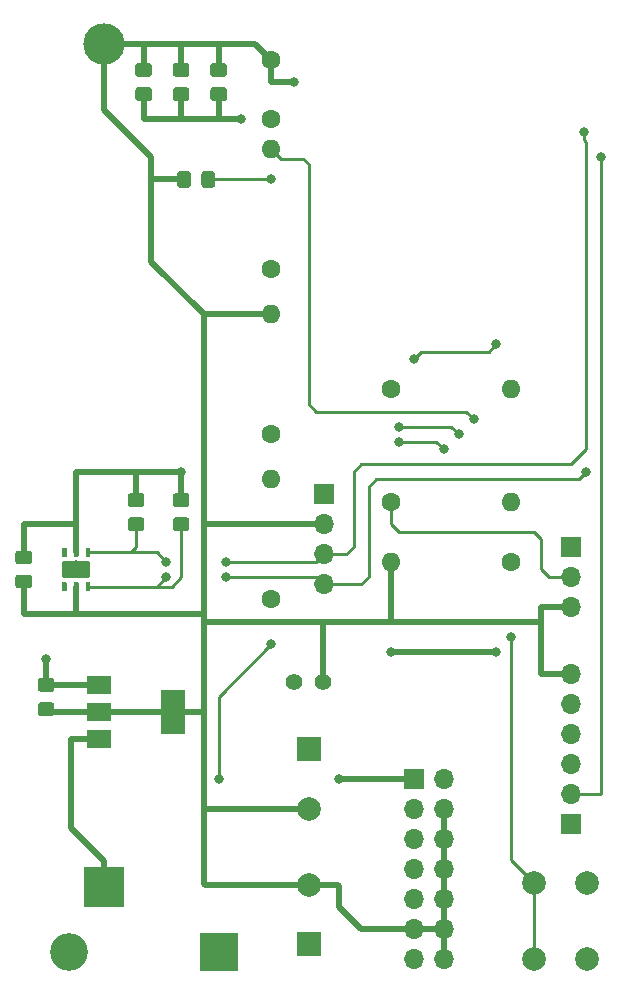
<source format=gbl>
G04 #@! TF.GenerationSoftware,KiCad,Pcbnew,(5.0.0-3-g5ebb6b6)*
G04 #@! TF.CreationDate,2018-08-06T20:02:11+02:00*
G04 #@! TF.ProjectId,esp32-sensornode,65737033322D73656E736F726E6F6465,rev?*
G04 #@! TF.SameCoordinates,Original*
G04 #@! TF.FileFunction,Copper,L2,Bot,Signal*
G04 #@! TF.FilePolarity,Positive*
%FSLAX46Y46*%
G04 Gerber Fmt 4.6, Leading zero omitted, Abs format (unit mm)*
G04 Created by KiCad (PCBNEW (5.0.0-3-g5ebb6b6)) date Monday, 06 August 2018 at 20:02:11*
%MOMM*%
%LPD*%
G01*
G04 APERTURE LIST*
G04 #@! TA.AperFunction,ComponentPad*
%ADD10C,3.500000*%
G04 #@! TD*
G04 #@! TA.AperFunction,ComponentPad*
%ADD11R,3.500000X3.500000*%
G04 #@! TD*
G04 #@! TA.AperFunction,ComponentPad*
%ADD12C,1.400000*%
G04 #@! TD*
G04 #@! TA.AperFunction,ComponentPad*
%ADD13R,1.700000X1.700000*%
G04 #@! TD*
G04 #@! TA.AperFunction,ComponentPad*
%ADD14O,1.700000X1.700000*%
G04 #@! TD*
G04 #@! TA.AperFunction,ComponentPad*
%ADD15C,1.600000*%
G04 #@! TD*
G04 #@! TA.AperFunction,ComponentPad*
%ADD16O,1.600000X1.600000*%
G04 #@! TD*
G04 #@! TA.AperFunction,Conductor*
%ADD17C,0.100000*%
G04 #@! TD*
G04 #@! TA.AperFunction,SMDPad,CuDef*
%ADD18C,1.500000*%
G04 #@! TD*
G04 #@! TA.AperFunction,SMDPad,CuDef*
%ADD19C,0.400000*%
G04 #@! TD*
G04 #@! TA.AperFunction,ComponentPad*
%ADD20C,2.000000*%
G04 #@! TD*
G04 #@! TA.AperFunction,SMDPad,CuDef*
%ADD21C,1.150000*%
G04 #@! TD*
G04 #@! TA.AperFunction,ComponentPad*
%ADD22R,2.000000X2.000000*%
G04 #@! TD*
G04 #@! TA.AperFunction,ComponentPad*
%ADD23R,3.200000X3.200000*%
G04 #@! TD*
G04 #@! TA.AperFunction,ComponentPad*
%ADD24O,3.200000X3.200000*%
G04 #@! TD*
G04 #@! TA.AperFunction,SMDPad,CuDef*
%ADD25R,2.000000X3.800000*%
G04 #@! TD*
G04 #@! TA.AperFunction,SMDPad,CuDef*
%ADD26R,2.000000X1.500000*%
G04 #@! TD*
G04 #@! TA.AperFunction,ViaPad*
%ADD27C,0.800000*%
G04 #@! TD*
G04 #@! TA.AperFunction,Conductor*
%ADD28C,0.500000*%
G04 #@! TD*
G04 #@! TA.AperFunction,Conductor*
%ADD29C,0.250000*%
G04 #@! TD*
G04 APERTURE END LIST*
D10*
G04 #@! TO.P,BT1,2*
G04 #@! TO.N,GND*
X189030000Y-53295000D03*
D11*
G04 #@! TO.P,BT1,1*
G04 #@! TO.N,BAT*
X189030000Y-124695000D03*
G04 #@! TD*
D12*
G04 #@! TO.P,C3,1*
G04 #@! TO.N,VDD*
X205105000Y-107315000D03*
G04 #@! TO.P,C3,2*
G04 #@! TO.N,GND*
X207605000Y-107315000D03*
G04 #@! TD*
D13*
G04 #@! TO.P,J2,1*
G04 #@! TO.N,N/C*
X228600000Y-119380000D03*
D14*
G04 #@! TO.P,J2,2*
G04 #@! TO.N,/TX*
X228600000Y-116840000D03*
G04 #@! TO.P,J2,3*
G04 #@! TO.N,/RX*
X228600000Y-114300000D03*
G04 #@! TO.P,J2,4*
G04 #@! TO.N,N/C*
X228600000Y-111760000D03*
G04 #@! TO.P,J2,5*
X228600000Y-109220000D03*
G04 #@! TO.P,J2,6*
G04 #@! TO.N,GND*
X228600000Y-106680000D03*
G04 #@! TD*
D13*
G04 #@! TO.P,J3,1*
G04 #@! TO.N,VDD*
X207645000Y-91440000D03*
D14*
G04 #@! TO.P,J3,2*
G04 #@! TO.N,GND*
X207645000Y-93980000D03*
G04 #@! TO.P,J3,3*
G04 #@! TO.N,SCL*
X207645000Y-96520000D03*
G04 #@! TO.P,J3,4*
G04 #@! TO.N,SDA*
X207645000Y-99060000D03*
G04 #@! TD*
D13*
G04 #@! TO.P,J4,1*
G04 #@! TO.N,VDD*
X228600000Y-95885000D03*
D14*
G04 #@! TO.P,J4,2*
G04 #@! TO.N,Net-(J4-Pad2)*
X228600000Y-98425000D03*
G04 #@! TO.P,J4,3*
G04 #@! TO.N,GND*
X228600000Y-100965000D03*
G04 #@! TD*
D15*
G04 #@! TO.P,R1,1*
G04 #@! TO.N,VDD*
X203200000Y-72390000D03*
D16*
G04 #@! TO.P,R1,2*
G04 #@! TO.N,Net-(C1-Pad1)*
X203200000Y-62230000D03*
G04 #@! TD*
G04 #@! TO.P,R2,2*
G04 #@! TO.N,Net-(R2-Pad2)*
X223520000Y-82550000D03*
D15*
G04 #@! TO.P,R2,1*
G04 #@! TO.N,GND*
X213360000Y-82550000D03*
G04 #@! TD*
D16*
G04 #@! TO.P,R3,2*
G04 #@! TO.N,/BOOT*
X223520000Y-92075000D03*
D15*
G04 #@! TO.P,R3,1*
G04 #@! TO.N,Net-(J4-Pad2)*
X213360000Y-92075000D03*
G04 #@! TD*
G04 #@! TO.P,R6,1*
G04 #@! TO.N,BAT*
X203200000Y-100330000D03*
D16*
G04 #@! TO.P,R6,2*
G04 #@! TO.N,BAT_SENS*
X203200000Y-90170000D03*
G04 #@! TD*
D15*
G04 #@! TO.P,R7,1*
G04 #@! TO.N,BAT_SENS*
X203200000Y-86360000D03*
D16*
G04 #@! TO.P,R7,2*
G04 #@! TO.N,GND*
X203200000Y-76200000D03*
G04 #@! TD*
D17*
G04 #@! TO.N,N/C*
G04 #@! TO.C,U2*
G36*
X187664504Y-97041204D02*
X187688773Y-97044804D01*
X187712571Y-97050765D01*
X187735671Y-97059030D01*
X187757849Y-97069520D01*
X187778893Y-97082133D01*
X187798598Y-97096747D01*
X187816777Y-97113223D01*
X187833253Y-97131402D01*
X187847867Y-97151107D01*
X187860480Y-97172151D01*
X187870970Y-97194329D01*
X187879235Y-97217429D01*
X187885196Y-97241227D01*
X187888796Y-97265496D01*
X187890000Y-97290000D01*
X187890000Y-98290000D01*
X187888796Y-98314504D01*
X187885196Y-98338773D01*
X187879235Y-98362571D01*
X187870970Y-98385671D01*
X187860480Y-98407849D01*
X187847867Y-98428893D01*
X187833253Y-98448598D01*
X187816777Y-98466777D01*
X187798598Y-98483253D01*
X187778893Y-98497867D01*
X187757849Y-98510480D01*
X187735671Y-98520970D01*
X187712571Y-98529235D01*
X187688773Y-98535196D01*
X187664504Y-98538796D01*
X187640000Y-98540000D01*
X185740000Y-98540000D01*
X185715496Y-98538796D01*
X185691227Y-98535196D01*
X185667429Y-98529235D01*
X185644329Y-98520970D01*
X185622151Y-98510480D01*
X185601107Y-98497867D01*
X185581402Y-98483253D01*
X185563223Y-98466777D01*
X185546747Y-98448598D01*
X185532133Y-98428893D01*
X185519520Y-98407849D01*
X185509030Y-98385671D01*
X185500765Y-98362571D01*
X185494804Y-98338773D01*
X185491204Y-98314504D01*
X185490000Y-98290000D01*
X185490000Y-97290000D01*
X185491204Y-97265496D01*
X185494804Y-97241227D01*
X185500765Y-97217429D01*
X185509030Y-97194329D01*
X185519520Y-97172151D01*
X185532133Y-97151107D01*
X185546747Y-97131402D01*
X185563223Y-97113223D01*
X185581402Y-97096747D01*
X185601107Y-97082133D01*
X185622151Y-97069520D01*
X185644329Y-97059030D01*
X185667429Y-97050765D01*
X185691227Y-97044804D01*
X185715496Y-97041204D01*
X185740000Y-97040000D01*
X187640000Y-97040000D01*
X187664504Y-97041204D01*
X187664504Y-97041204D01*
G37*
D18*
G04 #@! TD*
G04 #@! TO.P,U2,7*
G04 #@! TO.N,N/C*
X186690000Y-97790000D03*
D17*
G04 #@! TO.N,SDA*
G04 #@! TO.C,U2*
G36*
X187799802Y-98840482D02*
X187809509Y-98841921D01*
X187819028Y-98844306D01*
X187828268Y-98847612D01*
X187837140Y-98851808D01*
X187845557Y-98856853D01*
X187853439Y-98862699D01*
X187860711Y-98869289D01*
X187867301Y-98876561D01*
X187873147Y-98884443D01*
X187878192Y-98892860D01*
X187882388Y-98901732D01*
X187885694Y-98910972D01*
X187888079Y-98920491D01*
X187889518Y-98930198D01*
X187890000Y-98940000D01*
X187890000Y-99540000D01*
X187889518Y-99549802D01*
X187888079Y-99559509D01*
X187885694Y-99569028D01*
X187882388Y-99578268D01*
X187878192Y-99587140D01*
X187873147Y-99595557D01*
X187867301Y-99603439D01*
X187860711Y-99610711D01*
X187853439Y-99617301D01*
X187845557Y-99623147D01*
X187837140Y-99628192D01*
X187828268Y-99632388D01*
X187819028Y-99635694D01*
X187809509Y-99638079D01*
X187799802Y-99639518D01*
X187790000Y-99640000D01*
X187590000Y-99640000D01*
X187580198Y-99639518D01*
X187570491Y-99638079D01*
X187560972Y-99635694D01*
X187551732Y-99632388D01*
X187542860Y-99628192D01*
X187534443Y-99623147D01*
X187526561Y-99617301D01*
X187519289Y-99610711D01*
X187512699Y-99603439D01*
X187506853Y-99595557D01*
X187501808Y-99587140D01*
X187497612Y-99578268D01*
X187494306Y-99569028D01*
X187491921Y-99559509D01*
X187490482Y-99549802D01*
X187490000Y-99540000D01*
X187490000Y-98940000D01*
X187490482Y-98930198D01*
X187491921Y-98920491D01*
X187494306Y-98910972D01*
X187497612Y-98901732D01*
X187501808Y-98892860D01*
X187506853Y-98884443D01*
X187512699Y-98876561D01*
X187519289Y-98869289D01*
X187526561Y-98862699D01*
X187534443Y-98856853D01*
X187542860Y-98851808D01*
X187551732Y-98847612D01*
X187560972Y-98844306D01*
X187570491Y-98841921D01*
X187580198Y-98840482D01*
X187590000Y-98840000D01*
X187790000Y-98840000D01*
X187799802Y-98840482D01*
X187799802Y-98840482D01*
G37*
D19*
G04 #@! TD*
G04 #@! TO.P,U2,1*
G04 #@! TO.N,SDA*
X187690000Y-99240000D03*
D17*
G04 #@! TO.N,GND*
G04 #@! TO.C,U2*
G36*
X186799802Y-98840482D02*
X186809509Y-98841921D01*
X186819028Y-98844306D01*
X186828268Y-98847612D01*
X186837140Y-98851808D01*
X186845557Y-98856853D01*
X186853439Y-98862699D01*
X186860711Y-98869289D01*
X186867301Y-98876561D01*
X186873147Y-98884443D01*
X186878192Y-98892860D01*
X186882388Y-98901732D01*
X186885694Y-98910972D01*
X186888079Y-98920491D01*
X186889518Y-98930198D01*
X186890000Y-98940000D01*
X186890000Y-99540000D01*
X186889518Y-99549802D01*
X186888079Y-99559509D01*
X186885694Y-99569028D01*
X186882388Y-99578268D01*
X186878192Y-99587140D01*
X186873147Y-99595557D01*
X186867301Y-99603439D01*
X186860711Y-99610711D01*
X186853439Y-99617301D01*
X186845557Y-99623147D01*
X186837140Y-99628192D01*
X186828268Y-99632388D01*
X186819028Y-99635694D01*
X186809509Y-99638079D01*
X186799802Y-99639518D01*
X186790000Y-99640000D01*
X186590000Y-99640000D01*
X186580198Y-99639518D01*
X186570491Y-99638079D01*
X186560972Y-99635694D01*
X186551732Y-99632388D01*
X186542860Y-99628192D01*
X186534443Y-99623147D01*
X186526561Y-99617301D01*
X186519289Y-99610711D01*
X186512699Y-99603439D01*
X186506853Y-99595557D01*
X186501808Y-99587140D01*
X186497612Y-99578268D01*
X186494306Y-99569028D01*
X186491921Y-99559509D01*
X186490482Y-99549802D01*
X186490000Y-99540000D01*
X186490000Y-98940000D01*
X186490482Y-98930198D01*
X186491921Y-98920491D01*
X186494306Y-98910972D01*
X186497612Y-98901732D01*
X186501808Y-98892860D01*
X186506853Y-98884443D01*
X186512699Y-98876561D01*
X186519289Y-98869289D01*
X186526561Y-98862699D01*
X186534443Y-98856853D01*
X186542860Y-98851808D01*
X186551732Y-98847612D01*
X186560972Y-98844306D01*
X186570491Y-98841921D01*
X186580198Y-98840482D01*
X186590000Y-98840000D01*
X186790000Y-98840000D01*
X186799802Y-98840482D01*
X186799802Y-98840482D01*
G37*
D19*
G04 #@! TD*
G04 #@! TO.P,U2,2*
G04 #@! TO.N,GND*
X186690000Y-99240000D03*
D17*
G04 #@! TO.N,N/C*
G04 #@! TO.C,U2*
G36*
X185799802Y-98840482D02*
X185809509Y-98841921D01*
X185819028Y-98844306D01*
X185828268Y-98847612D01*
X185837140Y-98851808D01*
X185845557Y-98856853D01*
X185853439Y-98862699D01*
X185860711Y-98869289D01*
X185867301Y-98876561D01*
X185873147Y-98884443D01*
X185878192Y-98892860D01*
X185882388Y-98901732D01*
X185885694Y-98910972D01*
X185888079Y-98920491D01*
X185889518Y-98930198D01*
X185890000Y-98940000D01*
X185890000Y-99540000D01*
X185889518Y-99549802D01*
X185888079Y-99559509D01*
X185885694Y-99569028D01*
X185882388Y-99578268D01*
X185878192Y-99587140D01*
X185873147Y-99595557D01*
X185867301Y-99603439D01*
X185860711Y-99610711D01*
X185853439Y-99617301D01*
X185845557Y-99623147D01*
X185837140Y-99628192D01*
X185828268Y-99632388D01*
X185819028Y-99635694D01*
X185809509Y-99638079D01*
X185799802Y-99639518D01*
X185790000Y-99640000D01*
X185590000Y-99640000D01*
X185580198Y-99639518D01*
X185570491Y-99638079D01*
X185560972Y-99635694D01*
X185551732Y-99632388D01*
X185542860Y-99628192D01*
X185534443Y-99623147D01*
X185526561Y-99617301D01*
X185519289Y-99610711D01*
X185512699Y-99603439D01*
X185506853Y-99595557D01*
X185501808Y-99587140D01*
X185497612Y-99578268D01*
X185494306Y-99569028D01*
X185491921Y-99559509D01*
X185490482Y-99549802D01*
X185490000Y-99540000D01*
X185490000Y-98940000D01*
X185490482Y-98930198D01*
X185491921Y-98920491D01*
X185494306Y-98910972D01*
X185497612Y-98901732D01*
X185501808Y-98892860D01*
X185506853Y-98884443D01*
X185512699Y-98876561D01*
X185519289Y-98869289D01*
X185526561Y-98862699D01*
X185534443Y-98856853D01*
X185542860Y-98851808D01*
X185551732Y-98847612D01*
X185560972Y-98844306D01*
X185570491Y-98841921D01*
X185580198Y-98840482D01*
X185590000Y-98840000D01*
X185790000Y-98840000D01*
X185799802Y-98840482D01*
X185799802Y-98840482D01*
G37*
D19*
G04 #@! TD*
G04 #@! TO.P,U2,3*
G04 #@! TO.N,N/C*
X185690000Y-99240000D03*
D17*
G04 #@! TO.N,N/C*
G04 #@! TO.C,U2*
G36*
X185799802Y-95940482D02*
X185809509Y-95941921D01*
X185819028Y-95944306D01*
X185828268Y-95947612D01*
X185837140Y-95951808D01*
X185845557Y-95956853D01*
X185853439Y-95962699D01*
X185860711Y-95969289D01*
X185867301Y-95976561D01*
X185873147Y-95984443D01*
X185878192Y-95992860D01*
X185882388Y-96001732D01*
X185885694Y-96010972D01*
X185888079Y-96020491D01*
X185889518Y-96030198D01*
X185890000Y-96040000D01*
X185890000Y-96640000D01*
X185889518Y-96649802D01*
X185888079Y-96659509D01*
X185885694Y-96669028D01*
X185882388Y-96678268D01*
X185878192Y-96687140D01*
X185873147Y-96695557D01*
X185867301Y-96703439D01*
X185860711Y-96710711D01*
X185853439Y-96717301D01*
X185845557Y-96723147D01*
X185837140Y-96728192D01*
X185828268Y-96732388D01*
X185819028Y-96735694D01*
X185809509Y-96738079D01*
X185799802Y-96739518D01*
X185790000Y-96740000D01*
X185590000Y-96740000D01*
X185580198Y-96739518D01*
X185570491Y-96738079D01*
X185560972Y-96735694D01*
X185551732Y-96732388D01*
X185542860Y-96728192D01*
X185534443Y-96723147D01*
X185526561Y-96717301D01*
X185519289Y-96710711D01*
X185512699Y-96703439D01*
X185506853Y-96695557D01*
X185501808Y-96687140D01*
X185497612Y-96678268D01*
X185494306Y-96669028D01*
X185491921Y-96659509D01*
X185490482Y-96649802D01*
X185490000Y-96640000D01*
X185490000Y-96040000D01*
X185490482Y-96030198D01*
X185491921Y-96020491D01*
X185494306Y-96010972D01*
X185497612Y-96001732D01*
X185501808Y-95992860D01*
X185506853Y-95984443D01*
X185512699Y-95976561D01*
X185519289Y-95969289D01*
X185526561Y-95962699D01*
X185534443Y-95956853D01*
X185542860Y-95951808D01*
X185551732Y-95947612D01*
X185560972Y-95944306D01*
X185570491Y-95941921D01*
X185580198Y-95940482D01*
X185590000Y-95940000D01*
X185790000Y-95940000D01*
X185799802Y-95940482D01*
X185799802Y-95940482D01*
G37*
D19*
G04 #@! TD*
G04 #@! TO.P,U2,4*
G04 #@! TO.N,N/C*
X185690000Y-96340000D03*
D17*
G04 #@! TO.N,VDD*
G04 #@! TO.C,U2*
G36*
X186799802Y-95940482D02*
X186809509Y-95941921D01*
X186819028Y-95944306D01*
X186828268Y-95947612D01*
X186837140Y-95951808D01*
X186845557Y-95956853D01*
X186853439Y-95962699D01*
X186860711Y-95969289D01*
X186867301Y-95976561D01*
X186873147Y-95984443D01*
X186878192Y-95992860D01*
X186882388Y-96001732D01*
X186885694Y-96010972D01*
X186888079Y-96020491D01*
X186889518Y-96030198D01*
X186890000Y-96040000D01*
X186890000Y-96640000D01*
X186889518Y-96649802D01*
X186888079Y-96659509D01*
X186885694Y-96669028D01*
X186882388Y-96678268D01*
X186878192Y-96687140D01*
X186873147Y-96695557D01*
X186867301Y-96703439D01*
X186860711Y-96710711D01*
X186853439Y-96717301D01*
X186845557Y-96723147D01*
X186837140Y-96728192D01*
X186828268Y-96732388D01*
X186819028Y-96735694D01*
X186809509Y-96738079D01*
X186799802Y-96739518D01*
X186790000Y-96740000D01*
X186590000Y-96740000D01*
X186580198Y-96739518D01*
X186570491Y-96738079D01*
X186560972Y-96735694D01*
X186551732Y-96732388D01*
X186542860Y-96728192D01*
X186534443Y-96723147D01*
X186526561Y-96717301D01*
X186519289Y-96710711D01*
X186512699Y-96703439D01*
X186506853Y-96695557D01*
X186501808Y-96687140D01*
X186497612Y-96678268D01*
X186494306Y-96669028D01*
X186491921Y-96659509D01*
X186490482Y-96649802D01*
X186490000Y-96640000D01*
X186490000Y-96040000D01*
X186490482Y-96030198D01*
X186491921Y-96020491D01*
X186494306Y-96010972D01*
X186497612Y-96001732D01*
X186501808Y-95992860D01*
X186506853Y-95984443D01*
X186512699Y-95976561D01*
X186519289Y-95969289D01*
X186526561Y-95962699D01*
X186534443Y-95956853D01*
X186542860Y-95951808D01*
X186551732Y-95947612D01*
X186560972Y-95944306D01*
X186570491Y-95941921D01*
X186580198Y-95940482D01*
X186590000Y-95940000D01*
X186790000Y-95940000D01*
X186799802Y-95940482D01*
X186799802Y-95940482D01*
G37*
D19*
G04 #@! TD*
G04 #@! TO.P,U2,5*
G04 #@! TO.N,VDD*
X186690000Y-96340000D03*
D17*
G04 #@! TO.N,SCL*
G04 #@! TO.C,U2*
G36*
X187799802Y-95940482D02*
X187809509Y-95941921D01*
X187819028Y-95944306D01*
X187828268Y-95947612D01*
X187837140Y-95951808D01*
X187845557Y-95956853D01*
X187853439Y-95962699D01*
X187860711Y-95969289D01*
X187867301Y-95976561D01*
X187873147Y-95984443D01*
X187878192Y-95992860D01*
X187882388Y-96001732D01*
X187885694Y-96010972D01*
X187888079Y-96020491D01*
X187889518Y-96030198D01*
X187890000Y-96040000D01*
X187890000Y-96640000D01*
X187889518Y-96649802D01*
X187888079Y-96659509D01*
X187885694Y-96669028D01*
X187882388Y-96678268D01*
X187878192Y-96687140D01*
X187873147Y-96695557D01*
X187867301Y-96703439D01*
X187860711Y-96710711D01*
X187853439Y-96717301D01*
X187845557Y-96723147D01*
X187837140Y-96728192D01*
X187828268Y-96732388D01*
X187819028Y-96735694D01*
X187809509Y-96738079D01*
X187799802Y-96739518D01*
X187790000Y-96740000D01*
X187590000Y-96740000D01*
X187580198Y-96739518D01*
X187570491Y-96738079D01*
X187560972Y-96735694D01*
X187551732Y-96732388D01*
X187542860Y-96728192D01*
X187534443Y-96723147D01*
X187526561Y-96717301D01*
X187519289Y-96710711D01*
X187512699Y-96703439D01*
X187506853Y-96695557D01*
X187501808Y-96687140D01*
X187497612Y-96678268D01*
X187494306Y-96669028D01*
X187491921Y-96659509D01*
X187490482Y-96649802D01*
X187490000Y-96640000D01*
X187490000Y-96040000D01*
X187490482Y-96030198D01*
X187491921Y-96020491D01*
X187494306Y-96010972D01*
X187497612Y-96001732D01*
X187501808Y-95992860D01*
X187506853Y-95984443D01*
X187512699Y-95976561D01*
X187519289Y-95969289D01*
X187526561Y-95962699D01*
X187534443Y-95956853D01*
X187542860Y-95951808D01*
X187551732Y-95947612D01*
X187560972Y-95944306D01*
X187570491Y-95941921D01*
X187580198Y-95940482D01*
X187590000Y-95940000D01*
X187790000Y-95940000D01*
X187799802Y-95940482D01*
X187799802Y-95940482D01*
G37*
D19*
G04 #@! TD*
G04 #@! TO.P,U2,6*
G04 #@! TO.N,SCL*
X187690000Y-96340000D03*
D20*
G04 #@! TO.P,SW1,2*
G04 #@! TO.N,Net-(C1-Pad1)*
X229925000Y-130810000D03*
G04 #@! TO.P,SW1,1*
G04 #@! TO.N,Net-(R8-Pad1)*
X225425000Y-130810000D03*
G04 #@! TO.P,SW1,2*
G04 #@! TO.N,Net-(C1-Pad1)*
X229925000Y-124310000D03*
G04 #@! TO.P,SW1,1*
G04 #@! TO.N,Net-(R8-Pad1)*
X225425000Y-124310000D03*
G04 #@! TD*
D15*
G04 #@! TO.P,R8,1*
G04 #@! TO.N,Net-(R8-Pad1)*
X223520000Y-97155000D03*
D16*
G04 #@! TO.P,R8,2*
G04 #@! TO.N,GND*
X213360000Y-97155000D03*
G04 #@! TD*
D17*
G04 #@! TO.N,BAT_SENS*
G04 #@! TO.C,C4*
G36*
X198224505Y-64071204D02*
X198248773Y-64074804D01*
X198272572Y-64080765D01*
X198295671Y-64089030D01*
X198317850Y-64099520D01*
X198338893Y-64112132D01*
X198358599Y-64126747D01*
X198376777Y-64143223D01*
X198393253Y-64161401D01*
X198407868Y-64181107D01*
X198420480Y-64202150D01*
X198430970Y-64224329D01*
X198439235Y-64247428D01*
X198445196Y-64271227D01*
X198448796Y-64295495D01*
X198450000Y-64319999D01*
X198450000Y-65220001D01*
X198448796Y-65244505D01*
X198445196Y-65268773D01*
X198439235Y-65292572D01*
X198430970Y-65315671D01*
X198420480Y-65337850D01*
X198407868Y-65358893D01*
X198393253Y-65378599D01*
X198376777Y-65396777D01*
X198358599Y-65413253D01*
X198338893Y-65427868D01*
X198317850Y-65440480D01*
X198295671Y-65450970D01*
X198272572Y-65459235D01*
X198248773Y-65465196D01*
X198224505Y-65468796D01*
X198200001Y-65470000D01*
X197549999Y-65470000D01*
X197525495Y-65468796D01*
X197501227Y-65465196D01*
X197477428Y-65459235D01*
X197454329Y-65450970D01*
X197432150Y-65440480D01*
X197411107Y-65427868D01*
X197391401Y-65413253D01*
X197373223Y-65396777D01*
X197356747Y-65378599D01*
X197342132Y-65358893D01*
X197329520Y-65337850D01*
X197319030Y-65315671D01*
X197310765Y-65292572D01*
X197304804Y-65268773D01*
X197301204Y-65244505D01*
X197300000Y-65220001D01*
X197300000Y-64319999D01*
X197301204Y-64295495D01*
X197304804Y-64271227D01*
X197310765Y-64247428D01*
X197319030Y-64224329D01*
X197329520Y-64202150D01*
X197342132Y-64181107D01*
X197356747Y-64161401D01*
X197373223Y-64143223D01*
X197391401Y-64126747D01*
X197411107Y-64112132D01*
X197432150Y-64099520D01*
X197454329Y-64089030D01*
X197477428Y-64080765D01*
X197501227Y-64074804D01*
X197525495Y-64071204D01*
X197549999Y-64070000D01*
X198200001Y-64070000D01*
X198224505Y-64071204D01*
X198224505Y-64071204D01*
G37*
D21*
G04 #@! TD*
G04 #@! TO.P,C4,1*
G04 #@! TO.N,BAT_SENS*
X197875000Y-64770000D03*
D17*
G04 #@! TO.N,GND*
G04 #@! TO.C,C4*
G36*
X196174505Y-64071204D02*
X196198773Y-64074804D01*
X196222572Y-64080765D01*
X196245671Y-64089030D01*
X196267850Y-64099520D01*
X196288893Y-64112132D01*
X196308599Y-64126747D01*
X196326777Y-64143223D01*
X196343253Y-64161401D01*
X196357868Y-64181107D01*
X196370480Y-64202150D01*
X196380970Y-64224329D01*
X196389235Y-64247428D01*
X196395196Y-64271227D01*
X196398796Y-64295495D01*
X196400000Y-64319999D01*
X196400000Y-65220001D01*
X196398796Y-65244505D01*
X196395196Y-65268773D01*
X196389235Y-65292572D01*
X196380970Y-65315671D01*
X196370480Y-65337850D01*
X196357868Y-65358893D01*
X196343253Y-65378599D01*
X196326777Y-65396777D01*
X196308599Y-65413253D01*
X196288893Y-65427868D01*
X196267850Y-65440480D01*
X196245671Y-65450970D01*
X196222572Y-65459235D01*
X196198773Y-65465196D01*
X196174505Y-65468796D01*
X196150001Y-65470000D01*
X195499999Y-65470000D01*
X195475495Y-65468796D01*
X195451227Y-65465196D01*
X195427428Y-65459235D01*
X195404329Y-65450970D01*
X195382150Y-65440480D01*
X195361107Y-65427868D01*
X195341401Y-65413253D01*
X195323223Y-65396777D01*
X195306747Y-65378599D01*
X195292132Y-65358893D01*
X195279520Y-65337850D01*
X195269030Y-65315671D01*
X195260765Y-65292572D01*
X195254804Y-65268773D01*
X195251204Y-65244505D01*
X195250000Y-65220001D01*
X195250000Y-64319999D01*
X195251204Y-64295495D01*
X195254804Y-64271227D01*
X195260765Y-64247428D01*
X195269030Y-64224329D01*
X195279520Y-64202150D01*
X195292132Y-64181107D01*
X195306747Y-64161401D01*
X195323223Y-64143223D01*
X195341401Y-64126747D01*
X195361107Y-64112132D01*
X195382150Y-64099520D01*
X195404329Y-64089030D01*
X195427428Y-64080765D01*
X195451227Y-64074804D01*
X195475495Y-64071204D01*
X195499999Y-64070000D01*
X196150001Y-64070000D01*
X196174505Y-64071204D01*
X196174505Y-64071204D01*
G37*
D21*
G04 #@! TD*
G04 #@! TO.P,C4,2*
G04 #@! TO.N,GND*
X195825000Y-64770000D03*
D17*
G04 #@! TO.N,VDD*
G04 #@! TO.C,C2*
G36*
X182719505Y-96191204D02*
X182743773Y-96194804D01*
X182767572Y-96200765D01*
X182790671Y-96209030D01*
X182812850Y-96219520D01*
X182833893Y-96232132D01*
X182853599Y-96246747D01*
X182871777Y-96263223D01*
X182888253Y-96281401D01*
X182902868Y-96301107D01*
X182915480Y-96322150D01*
X182925970Y-96344329D01*
X182934235Y-96367428D01*
X182940196Y-96391227D01*
X182943796Y-96415495D01*
X182945000Y-96439999D01*
X182945000Y-97090001D01*
X182943796Y-97114505D01*
X182940196Y-97138773D01*
X182934235Y-97162572D01*
X182925970Y-97185671D01*
X182915480Y-97207850D01*
X182902868Y-97228893D01*
X182888253Y-97248599D01*
X182871777Y-97266777D01*
X182853599Y-97283253D01*
X182833893Y-97297868D01*
X182812850Y-97310480D01*
X182790671Y-97320970D01*
X182767572Y-97329235D01*
X182743773Y-97335196D01*
X182719505Y-97338796D01*
X182695001Y-97340000D01*
X181794999Y-97340000D01*
X181770495Y-97338796D01*
X181746227Y-97335196D01*
X181722428Y-97329235D01*
X181699329Y-97320970D01*
X181677150Y-97310480D01*
X181656107Y-97297868D01*
X181636401Y-97283253D01*
X181618223Y-97266777D01*
X181601747Y-97248599D01*
X181587132Y-97228893D01*
X181574520Y-97207850D01*
X181564030Y-97185671D01*
X181555765Y-97162572D01*
X181549804Y-97138773D01*
X181546204Y-97114505D01*
X181545000Y-97090001D01*
X181545000Y-96439999D01*
X181546204Y-96415495D01*
X181549804Y-96391227D01*
X181555765Y-96367428D01*
X181564030Y-96344329D01*
X181574520Y-96322150D01*
X181587132Y-96301107D01*
X181601747Y-96281401D01*
X181618223Y-96263223D01*
X181636401Y-96246747D01*
X181656107Y-96232132D01*
X181677150Y-96219520D01*
X181699329Y-96209030D01*
X181722428Y-96200765D01*
X181746227Y-96194804D01*
X181770495Y-96191204D01*
X181794999Y-96190000D01*
X182695001Y-96190000D01*
X182719505Y-96191204D01*
X182719505Y-96191204D01*
G37*
D21*
G04 #@! TD*
G04 #@! TO.P,C2,1*
G04 #@! TO.N,VDD*
X182245000Y-96765000D03*
D17*
G04 #@! TO.N,GND*
G04 #@! TO.C,C2*
G36*
X182719505Y-98241204D02*
X182743773Y-98244804D01*
X182767572Y-98250765D01*
X182790671Y-98259030D01*
X182812850Y-98269520D01*
X182833893Y-98282132D01*
X182853599Y-98296747D01*
X182871777Y-98313223D01*
X182888253Y-98331401D01*
X182902868Y-98351107D01*
X182915480Y-98372150D01*
X182925970Y-98394329D01*
X182934235Y-98417428D01*
X182940196Y-98441227D01*
X182943796Y-98465495D01*
X182945000Y-98489999D01*
X182945000Y-99140001D01*
X182943796Y-99164505D01*
X182940196Y-99188773D01*
X182934235Y-99212572D01*
X182925970Y-99235671D01*
X182915480Y-99257850D01*
X182902868Y-99278893D01*
X182888253Y-99298599D01*
X182871777Y-99316777D01*
X182853599Y-99333253D01*
X182833893Y-99347868D01*
X182812850Y-99360480D01*
X182790671Y-99370970D01*
X182767572Y-99379235D01*
X182743773Y-99385196D01*
X182719505Y-99388796D01*
X182695001Y-99390000D01*
X181794999Y-99390000D01*
X181770495Y-99388796D01*
X181746227Y-99385196D01*
X181722428Y-99379235D01*
X181699329Y-99370970D01*
X181677150Y-99360480D01*
X181656107Y-99347868D01*
X181636401Y-99333253D01*
X181618223Y-99316777D01*
X181601747Y-99298599D01*
X181587132Y-99278893D01*
X181574520Y-99257850D01*
X181564030Y-99235671D01*
X181555765Y-99212572D01*
X181549804Y-99188773D01*
X181546204Y-99164505D01*
X181545000Y-99140001D01*
X181545000Y-98489999D01*
X181546204Y-98465495D01*
X181549804Y-98441227D01*
X181555765Y-98417428D01*
X181564030Y-98394329D01*
X181574520Y-98372150D01*
X181587132Y-98351107D01*
X181601747Y-98331401D01*
X181618223Y-98313223D01*
X181636401Y-98296747D01*
X181656107Y-98282132D01*
X181677150Y-98269520D01*
X181699329Y-98259030D01*
X181722428Y-98250765D01*
X181746227Y-98244804D01*
X181770495Y-98241204D01*
X181794999Y-98240000D01*
X182695001Y-98240000D01*
X182719505Y-98241204D01*
X182719505Y-98241204D01*
G37*
D21*
G04 #@! TD*
G04 #@! TO.P,C2,2*
G04 #@! TO.N,GND*
X182245000Y-98815000D03*
D13*
G04 #@! TO.P,J1,1*
G04 #@! TO.N,VDD*
X215265000Y-115570000D03*
D14*
G04 #@! TO.P,J1,2*
G04 #@! TO.N,N/C*
X217805000Y-115570000D03*
G04 #@! TO.P,J1,3*
G04 #@! TO.N,Net-(C1-Pad1)*
X215265000Y-118110000D03*
G04 #@! TO.P,J1,4*
G04 #@! TO.N,GND*
X217805000Y-118110000D03*
G04 #@! TO.P,J1,5*
G04 #@! TO.N,Net-(J1-Pad5)*
X215265000Y-120650000D03*
G04 #@! TO.P,J1,6*
G04 #@! TO.N,GND*
X217805000Y-120650000D03*
G04 #@! TO.P,J1,7*
G04 #@! TO.N,Net-(J1-Pad7)*
X215265000Y-123190000D03*
G04 #@! TO.P,J1,8*
G04 #@! TO.N,GND*
X217805000Y-123190000D03*
G04 #@! TO.P,J1,9*
G04 #@! TO.N,Net-(J1-Pad9)*
X215265000Y-125730000D03*
G04 #@! TO.P,J1,10*
G04 #@! TO.N,GND*
X217805000Y-125730000D03*
G04 #@! TO.P,J1,11*
X215265000Y-128270000D03*
G04 #@! TO.P,J1,12*
X217805000Y-128270000D03*
G04 #@! TO.P,J1,13*
G04 #@! TO.N,Net-(J1-Pad13)*
X215265000Y-130810000D03*
G04 #@! TO.P,J1,14*
G04 #@! TO.N,GND*
X217805000Y-130810000D03*
G04 #@! TD*
D17*
G04 #@! TO.N,SCL*
G04 #@! TO.C,R4*
G36*
X192244505Y-93378704D02*
X192268773Y-93382304D01*
X192292572Y-93388265D01*
X192315671Y-93396530D01*
X192337850Y-93407020D01*
X192358893Y-93419632D01*
X192378599Y-93434247D01*
X192396777Y-93450723D01*
X192413253Y-93468901D01*
X192427868Y-93488607D01*
X192440480Y-93509650D01*
X192450970Y-93531829D01*
X192459235Y-93554928D01*
X192465196Y-93578727D01*
X192468796Y-93602995D01*
X192470000Y-93627499D01*
X192470000Y-94277501D01*
X192468796Y-94302005D01*
X192465196Y-94326273D01*
X192459235Y-94350072D01*
X192450970Y-94373171D01*
X192440480Y-94395350D01*
X192427868Y-94416393D01*
X192413253Y-94436099D01*
X192396777Y-94454277D01*
X192378599Y-94470753D01*
X192358893Y-94485368D01*
X192337850Y-94497980D01*
X192315671Y-94508470D01*
X192292572Y-94516735D01*
X192268773Y-94522696D01*
X192244505Y-94526296D01*
X192220001Y-94527500D01*
X191319999Y-94527500D01*
X191295495Y-94526296D01*
X191271227Y-94522696D01*
X191247428Y-94516735D01*
X191224329Y-94508470D01*
X191202150Y-94497980D01*
X191181107Y-94485368D01*
X191161401Y-94470753D01*
X191143223Y-94454277D01*
X191126747Y-94436099D01*
X191112132Y-94416393D01*
X191099520Y-94395350D01*
X191089030Y-94373171D01*
X191080765Y-94350072D01*
X191074804Y-94326273D01*
X191071204Y-94302005D01*
X191070000Y-94277501D01*
X191070000Y-93627499D01*
X191071204Y-93602995D01*
X191074804Y-93578727D01*
X191080765Y-93554928D01*
X191089030Y-93531829D01*
X191099520Y-93509650D01*
X191112132Y-93488607D01*
X191126747Y-93468901D01*
X191143223Y-93450723D01*
X191161401Y-93434247D01*
X191181107Y-93419632D01*
X191202150Y-93407020D01*
X191224329Y-93396530D01*
X191247428Y-93388265D01*
X191271227Y-93382304D01*
X191295495Y-93378704D01*
X191319999Y-93377500D01*
X192220001Y-93377500D01*
X192244505Y-93378704D01*
X192244505Y-93378704D01*
G37*
D21*
G04 #@! TD*
G04 #@! TO.P,R4,2*
G04 #@! TO.N,SCL*
X191770000Y-93952500D03*
D17*
G04 #@! TO.N,VDD*
G04 #@! TO.C,R4*
G36*
X192244505Y-91328704D02*
X192268773Y-91332304D01*
X192292572Y-91338265D01*
X192315671Y-91346530D01*
X192337850Y-91357020D01*
X192358893Y-91369632D01*
X192378599Y-91384247D01*
X192396777Y-91400723D01*
X192413253Y-91418901D01*
X192427868Y-91438607D01*
X192440480Y-91459650D01*
X192450970Y-91481829D01*
X192459235Y-91504928D01*
X192465196Y-91528727D01*
X192468796Y-91552995D01*
X192470000Y-91577499D01*
X192470000Y-92227501D01*
X192468796Y-92252005D01*
X192465196Y-92276273D01*
X192459235Y-92300072D01*
X192450970Y-92323171D01*
X192440480Y-92345350D01*
X192427868Y-92366393D01*
X192413253Y-92386099D01*
X192396777Y-92404277D01*
X192378599Y-92420753D01*
X192358893Y-92435368D01*
X192337850Y-92447980D01*
X192315671Y-92458470D01*
X192292572Y-92466735D01*
X192268773Y-92472696D01*
X192244505Y-92476296D01*
X192220001Y-92477500D01*
X191319999Y-92477500D01*
X191295495Y-92476296D01*
X191271227Y-92472696D01*
X191247428Y-92466735D01*
X191224329Y-92458470D01*
X191202150Y-92447980D01*
X191181107Y-92435368D01*
X191161401Y-92420753D01*
X191143223Y-92404277D01*
X191126747Y-92386099D01*
X191112132Y-92366393D01*
X191099520Y-92345350D01*
X191089030Y-92323171D01*
X191080765Y-92300072D01*
X191074804Y-92276273D01*
X191071204Y-92252005D01*
X191070000Y-92227501D01*
X191070000Y-91577499D01*
X191071204Y-91552995D01*
X191074804Y-91528727D01*
X191080765Y-91504928D01*
X191089030Y-91481829D01*
X191099520Y-91459650D01*
X191112132Y-91438607D01*
X191126747Y-91418901D01*
X191143223Y-91400723D01*
X191161401Y-91384247D01*
X191181107Y-91369632D01*
X191202150Y-91357020D01*
X191224329Y-91346530D01*
X191247428Y-91338265D01*
X191271227Y-91332304D01*
X191295495Y-91328704D01*
X191319999Y-91327500D01*
X192220001Y-91327500D01*
X192244505Y-91328704D01*
X192244505Y-91328704D01*
G37*
D21*
G04 #@! TD*
G04 #@! TO.P,R4,1*
G04 #@! TO.N,VDD*
X191770000Y-91902500D03*
D17*
G04 #@! TO.N,VDD*
G04 #@! TO.C,R5*
G36*
X196054505Y-91328704D02*
X196078773Y-91332304D01*
X196102572Y-91338265D01*
X196125671Y-91346530D01*
X196147850Y-91357020D01*
X196168893Y-91369632D01*
X196188599Y-91384247D01*
X196206777Y-91400723D01*
X196223253Y-91418901D01*
X196237868Y-91438607D01*
X196250480Y-91459650D01*
X196260970Y-91481829D01*
X196269235Y-91504928D01*
X196275196Y-91528727D01*
X196278796Y-91552995D01*
X196280000Y-91577499D01*
X196280000Y-92227501D01*
X196278796Y-92252005D01*
X196275196Y-92276273D01*
X196269235Y-92300072D01*
X196260970Y-92323171D01*
X196250480Y-92345350D01*
X196237868Y-92366393D01*
X196223253Y-92386099D01*
X196206777Y-92404277D01*
X196188599Y-92420753D01*
X196168893Y-92435368D01*
X196147850Y-92447980D01*
X196125671Y-92458470D01*
X196102572Y-92466735D01*
X196078773Y-92472696D01*
X196054505Y-92476296D01*
X196030001Y-92477500D01*
X195129999Y-92477500D01*
X195105495Y-92476296D01*
X195081227Y-92472696D01*
X195057428Y-92466735D01*
X195034329Y-92458470D01*
X195012150Y-92447980D01*
X194991107Y-92435368D01*
X194971401Y-92420753D01*
X194953223Y-92404277D01*
X194936747Y-92386099D01*
X194922132Y-92366393D01*
X194909520Y-92345350D01*
X194899030Y-92323171D01*
X194890765Y-92300072D01*
X194884804Y-92276273D01*
X194881204Y-92252005D01*
X194880000Y-92227501D01*
X194880000Y-91577499D01*
X194881204Y-91552995D01*
X194884804Y-91528727D01*
X194890765Y-91504928D01*
X194899030Y-91481829D01*
X194909520Y-91459650D01*
X194922132Y-91438607D01*
X194936747Y-91418901D01*
X194953223Y-91400723D01*
X194971401Y-91384247D01*
X194991107Y-91369632D01*
X195012150Y-91357020D01*
X195034329Y-91346530D01*
X195057428Y-91338265D01*
X195081227Y-91332304D01*
X195105495Y-91328704D01*
X195129999Y-91327500D01*
X196030001Y-91327500D01*
X196054505Y-91328704D01*
X196054505Y-91328704D01*
G37*
D21*
G04 #@! TD*
G04 #@! TO.P,R5,1*
G04 #@! TO.N,VDD*
X195580000Y-91902500D03*
D17*
G04 #@! TO.N,SDA*
G04 #@! TO.C,R5*
G36*
X196054505Y-93378704D02*
X196078773Y-93382304D01*
X196102572Y-93388265D01*
X196125671Y-93396530D01*
X196147850Y-93407020D01*
X196168893Y-93419632D01*
X196188599Y-93434247D01*
X196206777Y-93450723D01*
X196223253Y-93468901D01*
X196237868Y-93488607D01*
X196250480Y-93509650D01*
X196260970Y-93531829D01*
X196269235Y-93554928D01*
X196275196Y-93578727D01*
X196278796Y-93602995D01*
X196280000Y-93627499D01*
X196280000Y-94277501D01*
X196278796Y-94302005D01*
X196275196Y-94326273D01*
X196269235Y-94350072D01*
X196260970Y-94373171D01*
X196250480Y-94395350D01*
X196237868Y-94416393D01*
X196223253Y-94436099D01*
X196206777Y-94454277D01*
X196188599Y-94470753D01*
X196168893Y-94485368D01*
X196147850Y-94497980D01*
X196125671Y-94508470D01*
X196102572Y-94516735D01*
X196078773Y-94522696D01*
X196054505Y-94526296D01*
X196030001Y-94527500D01*
X195129999Y-94527500D01*
X195105495Y-94526296D01*
X195081227Y-94522696D01*
X195057428Y-94516735D01*
X195034329Y-94508470D01*
X195012150Y-94497980D01*
X194991107Y-94485368D01*
X194971401Y-94470753D01*
X194953223Y-94454277D01*
X194936747Y-94436099D01*
X194922132Y-94416393D01*
X194909520Y-94395350D01*
X194899030Y-94373171D01*
X194890765Y-94350072D01*
X194884804Y-94326273D01*
X194881204Y-94302005D01*
X194880000Y-94277501D01*
X194880000Y-93627499D01*
X194881204Y-93602995D01*
X194884804Y-93578727D01*
X194890765Y-93554928D01*
X194899030Y-93531829D01*
X194909520Y-93509650D01*
X194922132Y-93488607D01*
X194936747Y-93468901D01*
X194953223Y-93450723D01*
X194971401Y-93434247D01*
X194991107Y-93419632D01*
X195012150Y-93407020D01*
X195034329Y-93396530D01*
X195057428Y-93388265D01*
X195081227Y-93382304D01*
X195105495Y-93378704D01*
X195129999Y-93377500D01*
X196030001Y-93377500D01*
X196054505Y-93378704D01*
X196054505Y-93378704D01*
G37*
D21*
G04 #@! TD*
G04 #@! TO.P,R5,2*
G04 #@! TO.N,SDA*
X195580000Y-93952500D03*
D15*
G04 #@! TO.P,C1,1*
G04 #@! TO.N,Net-(C1-Pad1)*
X203200000Y-59690000D03*
G04 #@! TO.P,C1,2*
G04 #@! TO.N,GND*
X203200000Y-54690000D03*
G04 #@! TD*
D22*
G04 #@! TO.P,C5,1*
G04 #@! TO.N,VDD*
X206375000Y-113030000D03*
D20*
G04 #@! TO.P,C5,2*
G04 #@! TO.N,GND*
X206375000Y-118030000D03*
G04 #@! TD*
G04 #@! TO.P,C6,2*
G04 #@! TO.N,GND*
X206375000Y-124540000D03*
D22*
G04 #@! TO.P,C6,1*
G04 #@! TO.N,VDD*
X206375000Y-129540000D03*
G04 #@! TD*
D17*
G04 #@! TO.N,VDD*
G04 #@! TO.C,C7*
G36*
X192879505Y-56966204D02*
X192903773Y-56969804D01*
X192927572Y-56975765D01*
X192950671Y-56984030D01*
X192972850Y-56994520D01*
X192993893Y-57007132D01*
X193013599Y-57021747D01*
X193031777Y-57038223D01*
X193048253Y-57056401D01*
X193062868Y-57076107D01*
X193075480Y-57097150D01*
X193085970Y-57119329D01*
X193094235Y-57142428D01*
X193100196Y-57166227D01*
X193103796Y-57190495D01*
X193105000Y-57214999D01*
X193105000Y-57865001D01*
X193103796Y-57889505D01*
X193100196Y-57913773D01*
X193094235Y-57937572D01*
X193085970Y-57960671D01*
X193075480Y-57982850D01*
X193062868Y-58003893D01*
X193048253Y-58023599D01*
X193031777Y-58041777D01*
X193013599Y-58058253D01*
X192993893Y-58072868D01*
X192972850Y-58085480D01*
X192950671Y-58095970D01*
X192927572Y-58104235D01*
X192903773Y-58110196D01*
X192879505Y-58113796D01*
X192855001Y-58115000D01*
X191954999Y-58115000D01*
X191930495Y-58113796D01*
X191906227Y-58110196D01*
X191882428Y-58104235D01*
X191859329Y-58095970D01*
X191837150Y-58085480D01*
X191816107Y-58072868D01*
X191796401Y-58058253D01*
X191778223Y-58041777D01*
X191761747Y-58023599D01*
X191747132Y-58003893D01*
X191734520Y-57982850D01*
X191724030Y-57960671D01*
X191715765Y-57937572D01*
X191709804Y-57913773D01*
X191706204Y-57889505D01*
X191705000Y-57865001D01*
X191705000Y-57214999D01*
X191706204Y-57190495D01*
X191709804Y-57166227D01*
X191715765Y-57142428D01*
X191724030Y-57119329D01*
X191734520Y-57097150D01*
X191747132Y-57076107D01*
X191761747Y-57056401D01*
X191778223Y-57038223D01*
X191796401Y-57021747D01*
X191816107Y-57007132D01*
X191837150Y-56994520D01*
X191859329Y-56984030D01*
X191882428Y-56975765D01*
X191906227Y-56969804D01*
X191930495Y-56966204D01*
X191954999Y-56965000D01*
X192855001Y-56965000D01*
X192879505Y-56966204D01*
X192879505Y-56966204D01*
G37*
D21*
G04 #@! TD*
G04 #@! TO.P,C7,1*
G04 #@! TO.N,VDD*
X192405000Y-57540000D03*
D17*
G04 #@! TO.N,GND*
G04 #@! TO.C,C7*
G36*
X192879505Y-54916204D02*
X192903773Y-54919804D01*
X192927572Y-54925765D01*
X192950671Y-54934030D01*
X192972850Y-54944520D01*
X192993893Y-54957132D01*
X193013599Y-54971747D01*
X193031777Y-54988223D01*
X193048253Y-55006401D01*
X193062868Y-55026107D01*
X193075480Y-55047150D01*
X193085970Y-55069329D01*
X193094235Y-55092428D01*
X193100196Y-55116227D01*
X193103796Y-55140495D01*
X193105000Y-55164999D01*
X193105000Y-55815001D01*
X193103796Y-55839505D01*
X193100196Y-55863773D01*
X193094235Y-55887572D01*
X193085970Y-55910671D01*
X193075480Y-55932850D01*
X193062868Y-55953893D01*
X193048253Y-55973599D01*
X193031777Y-55991777D01*
X193013599Y-56008253D01*
X192993893Y-56022868D01*
X192972850Y-56035480D01*
X192950671Y-56045970D01*
X192927572Y-56054235D01*
X192903773Y-56060196D01*
X192879505Y-56063796D01*
X192855001Y-56065000D01*
X191954999Y-56065000D01*
X191930495Y-56063796D01*
X191906227Y-56060196D01*
X191882428Y-56054235D01*
X191859329Y-56045970D01*
X191837150Y-56035480D01*
X191816107Y-56022868D01*
X191796401Y-56008253D01*
X191778223Y-55991777D01*
X191761747Y-55973599D01*
X191747132Y-55953893D01*
X191734520Y-55932850D01*
X191724030Y-55910671D01*
X191715765Y-55887572D01*
X191709804Y-55863773D01*
X191706204Y-55839505D01*
X191705000Y-55815001D01*
X191705000Y-55164999D01*
X191706204Y-55140495D01*
X191709804Y-55116227D01*
X191715765Y-55092428D01*
X191724030Y-55069329D01*
X191734520Y-55047150D01*
X191747132Y-55026107D01*
X191761747Y-55006401D01*
X191778223Y-54988223D01*
X191796401Y-54971747D01*
X191816107Y-54957132D01*
X191837150Y-54944520D01*
X191859329Y-54934030D01*
X191882428Y-54925765D01*
X191906227Y-54919804D01*
X191930495Y-54916204D01*
X191954999Y-54915000D01*
X192855001Y-54915000D01*
X192879505Y-54916204D01*
X192879505Y-54916204D01*
G37*
D21*
G04 #@! TD*
G04 #@! TO.P,C7,2*
G04 #@! TO.N,GND*
X192405000Y-55490000D03*
D17*
G04 #@! TO.N,GND*
G04 #@! TO.C,C8*
G36*
X196054505Y-54916204D02*
X196078773Y-54919804D01*
X196102572Y-54925765D01*
X196125671Y-54934030D01*
X196147850Y-54944520D01*
X196168893Y-54957132D01*
X196188599Y-54971747D01*
X196206777Y-54988223D01*
X196223253Y-55006401D01*
X196237868Y-55026107D01*
X196250480Y-55047150D01*
X196260970Y-55069329D01*
X196269235Y-55092428D01*
X196275196Y-55116227D01*
X196278796Y-55140495D01*
X196280000Y-55164999D01*
X196280000Y-55815001D01*
X196278796Y-55839505D01*
X196275196Y-55863773D01*
X196269235Y-55887572D01*
X196260970Y-55910671D01*
X196250480Y-55932850D01*
X196237868Y-55953893D01*
X196223253Y-55973599D01*
X196206777Y-55991777D01*
X196188599Y-56008253D01*
X196168893Y-56022868D01*
X196147850Y-56035480D01*
X196125671Y-56045970D01*
X196102572Y-56054235D01*
X196078773Y-56060196D01*
X196054505Y-56063796D01*
X196030001Y-56065000D01*
X195129999Y-56065000D01*
X195105495Y-56063796D01*
X195081227Y-56060196D01*
X195057428Y-56054235D01*
X195034329Y-56045970D01*
X195012150Y-56035480D01*
X194991107Y-56022868D01*
X194971401Y-56008253D01*
X194953223Y-55991777D01*
X194936747Y-55973599D01*
X194922132Y-55953893D01*
X194909520Y-55932850D01*
X194899030Y-55910671D01*
X194890765Y-55887572D01*
X194884804Y-55863773D01*
X194881204Y-55839505D01*
X194880000Y-55815001D01*
X194880000Y-55164999D01*
X194881204Y-55140495D01*
X194884804Y-55116227D01*
X194890765Y-55092428D01*
X194899030Y-55069329D01*
X194909520Y-55047150D01*
X194922132Y-55026107D01*
X194936747Y-55006401D01*
X194953223Y-54988223D01*
X194971401Y-54971747D01*
X194991107Y-54957132D01*
X195012150Y-54944520D01*
X195034329Y-54934030D01*
X195057428Y-54925765D01*
X195081227Y-54919804D01*
X195105495Y-54916204D01*
X195129999Y-54915000D01*
X196030001Y-54915000D01*
X196054505Y-54916204D01*
X196054505Y-54916204D01*
G37*
D21*
G04 #@! TD*
G04 #@! TO.P,C8,2*
G04 #@! TO.N,GND*
X195580000Y-55490000D03*
D17*
G04 #@! TO.N,VDD*
G04 #@! TO.C,C8*
G36*
X196054505Y-56966204D02*
X196078773Y-56969804D01*
X196102572Y-56975765D01*
X196125671Y-56984030D01*
X196147850Y-56994520D01*
X196168893Y-57007132D01*
X196188599Y-57021747D01*
X196206777Y-57038223D01*
X196223253Y-57056401D01*
X196237868Y-57076107D01*
X196250480Y-57097150D01*
X196260970Y-57119329D01*
X196269235Y-57142428D01*
X196275196Y-57166227D01*
X196278796Y-57190495D01*
X196280000Y-57214999D01*
X196280000Y-57865001D01*
X196278796Y-57889505D01*
X196275196Y-57913773D01*
X196269235Y-57937572D01*
X196260970Y-57960671D01*
X196250480Y-57982850D01*
X196237868Y-58003893D01*
X196223253Y-58023599D01*
X196206777Y-58041777D01*
X196188599Y-58058253D01*
X196168893Y-58072868D01*
X196147850Y-58085480D01*
X196125671Y-58095970D01*
X196102572Y-58104235D01*
X196078773Y-58110196D01*
X196054505Y-58113796D01*
X196030001Y-58115000D01*
X195129999Y-58115000D01*
X195105495Y-58113796D01*
X195081227Y-58110196D01*
X195057428Y-58104235D01*
X195034329Y-58095970D01*
X195012150Y-58085480D01*
X194991107Y-58072868D01*
X194971401Y-58058253D01*
X194953223Y-58041777D01*
X194936747Y-58023599D01*
X194922132Y-58003893D01*
X194909520Y-57982850D01*
X194899030Y-57960671D01*
X194890765Y-57937572D01*
X194884804Y-57913773D01*
X194881204Y-57889505D01*
X194880000Y-57865001D01*
X194880000Y-57214999D01*
X194881204Y-57190495D01*
X194884804Y-57166227D01*
X194890765Y-57142428D01*
X194899030Y-57119329D01*
X194909520Y-57097150D01*
X194922132Y-57076107D01*
X194936747Y-57056401D01*
X194953223Y-57038223D01*
X194971401Y-57021747D01*
X194991107Y-57007132D01*
X195012150Y-56994520D01*
X195034329Y-56984030D01*
X195057428Y-56975765D01*
X195081227Y-56969804D01*
X195105495Y-56966204D01*
X195129999Y-56965000D01*
X196030001Y-56965000D01*
X196054505Y-56966204D01*
X196054505Y-56966204D01*
G37*
D21*
G04 #@! TD*
G04 #@! TO.P,C8,1*
G04 #@! TO.N,VDD*
X195580000Y-57540000D03*
D17*
G04 #@! TO.N,VDD*
G04 #@! TO.C,C9*
G36*
X199229505Y-56966204D02*
X199253773Y-56969804D01*
X199277572Y-56975765D01*
X199300671Y-56984030D01*
X199322850Y-56994520D01*
X199343893Y-57007132D01*
X199363599Y-57021747D01*
X199381777Y-57038223D01*
X199398253Y-57056401D01*
X199412868Y-57076107D01*
X199425480Y-57097150D01*
X199435970Y-57119329D01*
X199444235Y-57142428D01*
X199450196Y-57166227D01*
X199453796Y-57190495D01*
X199455000Y-57214999D01*
X199455000Y-57865001D01*
X199453796Y-57889505D01*
X199450196Y-57913773D01*
X199444235Y-57937572D01*
X199435970Y-57960671D01*
X199425480Y-57982850D01*
X199412868Y-58003893D01*
X199398253Y-58023599D01*
X199381777Y-58041777D01*
X199363599Y-58058253D01*
X199343893Y-58072868D01*
X199322850Y-58085480D01*
X199300671Y-58095970D01*
X199277572Y-58104235D01*
X199253773Y-58110196D01*
X199229505Y-58113796D01*
X199205001Y-58115000D01*
X198304999Y-58115000D01*
X198280495Y-58113796D01*
X198256227Y-58110196D01*
X198232428Y-58104235D01*
X198209329Y-58095970D01*
X198187150Y-58085480D01*
X198166107Y-58072868D01*
X198146401Y-58058253D01*
X198128223Y-58041777D01*
X198111747Y-58023599D01*
X198097132Y-58003893D01*
X198084520Y-57982850D01*
X198074030Y-57960671D01*
X198065765Y-57937572D01*
X198059804Y-57913773D01*
X198056204Y-57889505D01*
X198055000Y-57865001D01*
X198055000Y-57214999D01*
X198056204Y-57190495D01*
X198059804Y-57166227D01*
X198065765Y-57142428D01*
X198074030Y-57119329D01*
X198084520Y-57097150D01*
X198097132Y-57076107D01*
X198111747Y-57056401D01*
X198128223Y-57038223D01*
X198146401Y-57021747D01*
X198166107Y-57007132D01*
X198187150Y-56994520D01*
X198209329Y-56984030D01*
X198232428Y-56975765D01*
X198256227Y-56969804D01*
X198280495Y-56966204D01*
X198304999Y-56965000D01*
X199205001Y-56965000D01*
X199229505Y-56966204D01*
X199229505Y-56966204D01*
G37*
D21*
G04 #@! TD*
G04 #@! TO.P,C9,1*
G04 #@! TO.N,VDD*
X198755000Y-57540000D03*
D17*
G04 #@! TO.N,GND*
G04 #@! TO.C,C9*
G36*
X199229505Y-54916204D02*
X199253773Y-54919804D01*
X199277572Y-54925765D01*
X199300671Y-54934030D01*
X199322850Y-54944520D01*
X199343893Y-54957132D01*
X199363599Y-54971747D01*
X199381777Y-54988223D01*
X199398253Y-55006401D01*
X199412868Y-55026107D01*
X199425480Y-55047150D01*
X199435970Y-55069329D01*
X199444235Y-55092428D01*
X199450196Y-55116227D01*
X199453796Y-55140495D01*
X199455000Y-55164999D01*
X199455000Y-55815001D01*
X199453796Y-55839505D01*
X199450196Y-55863773D01*
X199444235Y-55887572D01*
X199435970Y-55910671D01*
X199425480Y-55932850D01*
X199412868Y-55953893D01*
X199398253Y-55973599D01*
X199381777Y-55991777D01*
X199363599Y-56008253D01*
X199343893Y-56022868D01*
X199322850Y-56035480D01*
X199300671Y-56045970D01*
X199277572Y-56054235D01*
X199253773Y-56060196D01*
X199229505Y-56063796D01*
X199205001Y-56065000D01*
X198304999Y-56065000D01*
X198280495Y-56063796D01*
X198256227Y-56060196D01*
X198232428Y-56054235D01*
X198209329Y-56045970D01*
X198187150Y-56035480D01*
X198166107Y-56022868D01*
X198146401Y-56008253D01*
X198128223Y-55991777D01*
X198111747Y-55973599D01*
X198097132Y-55953893D01*
X198084520Y-55932850D01*
X198074030Y-55910671D01*
X198065765Y-55887572D01*
X198059804Y-55863773D01*
X198056204Y-55839505D01*
X198055000Y-55815001D01*
X198055000Y-55164999D01*
X198056204Y-55140495D01*
X198059804Y-55116227D01*
X198065765Y-55092428D01*
X198074030Y-55069329D01*
X198084520Y-55047150D01*
X198097132Y-55026107D01*
X198111747Y-55006401D01*
X198128223Y-54988223D01*
X198146401Y-54971747D01*
X198166107Y-54957132D01*
X198187150Y-54944520D01*
X198209329Y-54934030D01*
X198232428Y-54925765D01*
X198256227Y-54919804D01*
X198280495Y-54916204D01*
X198304999Y-54915000D01*
X199205001Y-54915000D01*
X199229505Y-54916204D01*
X199229505Y-54916204D01*
G37*
D21*
G04 #@! TD*
G04 #@! TO.P,C9,2*
G04 #@! TO.N,GND*
X198755000Y-55490000D03*
D17*
G04 #@! TO.N,VDD*
G04 #@! TO.C,C10*
G36*
X184624505Y-106986204D02*
X184648773Y-106989804D01*
X184672572Y-106995765D01*
X184695671Y-107004030D01*
X184717850Y-107014520D01*
X184738893Y-107027132D01*
X184758599Y-107041747D01*
X184776777Y-107058223D01*
X184793253Y-107076401D01*
X184807868Y-107096107D01*
X184820480Y-107117150D01*
X184830970Y-107139329D01*
X184839235Y-107162428D01*
X184845196Y-107186227D01*
X184848796Y-107210495D01*
X184850000Y-107234999D01*
X184850000Y-107885001D01*
X184848796Y-107909505D01*
X184845196Y-107933773D01*
X184839235Y-107957572D01*
X184830970Y-107980671D01*
X184820480Y-108002850D01*
X184807868Y-108023893D01*
X184793253Y-108043599D01*
X184776777Y-108061777D01*
X184758599Y-108078253D01*
X184738893Y-108092868D01*
X184717850Y-108105480D01*
X184695671Y-108115970D01*
X184672572Y-108124235D01*
X184648773Y-108130196D01*
X184624505Y-108133796D01*
X184600001Y-108135000D01*
X183699999Y-108135000D01*
X183675495Y-108133796D01*
X183651227Y-108130196D01*
X183627428Y-108124235D01*
X183604329Y-108115970D01*
X183582150Y-108105480D01*
X183561107Y-108092868D01*
X183541401Y-108078253D01*
X183523223Y-108061777D01*
X183506747Y-108043599D01*
X183492132Y-108023893D01*
X183479520Y-108002850D01*
X183469030Y-107980671D01*
X183460765Y-107957572D01*
X183454804Y-107933773D01*
X183451204Y-107909505D01*
X183450000Y-107885001D01*
X183450000Y-107234999D01*
X183451204Y-107210495D01*
X183454804Y-107186227D01*
X183460765Y-107162428D01*
X183469030Y-107139329D01*
X183479520Y-107117150D01*
X183492132Y-107096107D01*
X183506747Y-107076401D01*
X183523223Y-107058223D01*
X183541401Y-107041747D01*
X183561107Y-107027132D01*
X183582150Y-107014520D01*
X183604329Y-107004030D01*
X183627428Y-106995765D01*
X183651227Y-106989804D01*
X183675495Y-106986204D01*
X183699999Y-106985000D01*
X184600001Y-106985000D01*
X184624505Y-106986204D01*
X184624505Y-106986204D01*
G37*
D21*
G04 #@! TD*
G04 #@! TO.P,C10,1*
G04 #@! TO.N,VDD*
X184150000Y-107560000D03*
D17*
G04 #@! TO.N,GND*
G04 #@! TO.C,C10*
G36*
X184624505Y-109036204D02*
X184648773Y-109039804D01*
X184672572Y-109045765D01*
X184695671Y-109054030D01*
X184717850Y-109064520D01*
X184738893Y-109077132D01*
X184758599Y-109091747D01*
X184776777Y-109108223D01*
X184793253Y-109126401D01*
X184807868Y-109146107D01*
X184820480Y-109167150D01*
X184830970Y-109189329D01*
X184839235Y-109212428D01*
X184845196Y-109236227D01*
X184848796Y-109260495D01*
X184850000Y-109284999D01*
X184850000Y-109935001D01*
X184848796Y-109959505D01*
X184845196Y-109983773D01*
X184839235Y-110007572D01*
X184830970Y-110030671D01*
X184820480Y-110052850D01*
X184807868Y-110073893D01*
X184793253Y-110093599D01*
X184776777Y-110111777D01*
X184758599Y-110128253D01*
X184738893Y-110142868D01*
X184717850Y-110155480D01*
X184695671Y-110165970D01*
X184672572Y-110174235D01*
X184648773Y-110180196D01*
X184624505Y-110183796D01*
X184600001Y-110185000D01*
X183699999Y-110185000D01*
X183675495Y-110183796D01*
X183651227Y-110180196D01*
X183627428Y-110174235D01*
X183604329Y-110165970D01*
X183582150Y-110155480D01*
X183561107Y-110142868D01*
X183541401Y-110128253D01*
X183523223Y-110111777D01*
X183506747Y-110093599D01*
X183492132Y-110073893D01*
X183479520Y-110052850D01*
X183469030Y-110030671D01*
X183460765Y-110007572D01*
X183454804Y-109983773D01*
X183451204Y-109959505D01*
X183450000Y-109935001D01*
X183450000Y-109284999D01*
X183451204Y-109260495D01*
X183454804Y-109236227D01*
X183460765Y-109212428D01*
X183469030Y-109189329D01*
X183479520Y-109167150D01*
X183492132Y-109146107D01*
X183506747Y-109126401D01*
X183523223Y-109108223D01*
X183541401Y-109091747D01*
X183561107Y-109077132D01*
X183582150Y-109064520D01*
X183604329Y-109054030D01*
X183627428Y-109045765D01*
X183651227Y-109039804D01*
X183675495Y-109036204D01*
X183699999Y-109035000D01*
X184600001Y-109035000D01*
X184624505Y-109036204D01*
X184624505Y-109036204D01*
G37*
D21*
G04 #@! TD*
G04 #@! TO.P,C10,2*
G04 #@! TO.N,GND*
X184150000Y-109610000D03*
D23*
G04 #@! TO.P,D1,1*
G04 #@! TO.N,VDD*
X198755000Y-130175000D03*
D24*
G04 #@! TO.P,D1,2*
G04 #@! TO.N,BAT*
X186055000Y-130175000D03*
G04 #@! TD*
D25*
G04 #@! TO.P,U3,2*
G04 #@! TO.N,GND*
X194920000Y-109855000D03*
D26*
X188620000Y-109855000D03*
G04 #@! TO.P,U3,3*
G04 #@! TO.N,VDD*
X188620000Y-107555000D03*
G04 #@! TO.P,U3,1*
G04 #@! TO.N,BAT*
X188620000Y-112155000D03*
G04 #@! TD*
D27*
G04 #@! TO.N,GND*
X205105000Y-56515000D03*
G04 #@! TO.N,Net-(C1-Pad1)*
X220345000Y-85090000D03*
G04 #@! TO.N,Net-(J1-Pad5)*
X213995000Y-85725000D03*
X219075000Y-86360000D03*
G04 #@! TO.N,Net-(J1-Pad7)*
X213995000Y-86995000D03*
X217805000Y-87630000D03*
G04 #@! TO.N,Net-(J1-Pad13)*
X222250000Y-78740000D03*
X215265000Y-80010000D03*
G04 #@! TO.N,BAT_SENS*
X203200000Y-64770000D03*
G04 #@! TO.N,/TX*
X231140000Y-62865000D03*
G04 #@! TO.N,Net-(R8-Pad1)*
X223520000Y-103505000D03*
G04 #@! TO.N,SCL*
X194310000Y-97155000D03*
X199390000Y-97155000D03*
X229700000Y-60790000D03*
G04 #@! TO.N,SDA*
X194310000Y-98425000D03*
X199390000Y-98425000D03*
X229870000Y-89535000D03*
G04 #@! TO.N,VDD*
X195580000Y-89535000D03*
X222250000Y-104775000D03*
X213360000Y-104775000D03*
X208915000Y-115570000D03*
X200660000Y-59690000D03*
X184150000Y-105410000D03*
G04 #@! TO.N,BAT*
X203200000Y-104140000D03*
X198755000Y-115570000D03*
G04 #@! TD*
D28*
G04 #@! TO.N,GND*
X215265000Y-128270000D02*
X217805000Y-128270000D01*
X217805000Y-128270000D02*
X217805000Y-130810000D01*
X217805000Y-128270000D02*
X217805000Y-125730000D01*
X217805000Y-125730000D02*
X217805000Y-123190000D01*
X217805000Y-123190000D02*
X217805000Y-120650000D01*
X217805000Y-120650000D02*
X217805000Y-118110000D01*
X213360000Y-102235000D02*
X213360000Y-97155000D01*
X226060000Y-100965000D02*
X228600000Y-100965000D01*
X226060000Y-106680000D02*
X226060000Y-102235000D01*
X226060000Y-102235000D02*
X226060000Y-100965000D01*
X228600000Y-106680000D02*
X226060000Y-106680000D01*
X197485000Y-76200000D02*
X203200000Y-76200000D01*
X197485000Y-76200000D02*
X197485000Y-93980000D01*
X182245000Y-98815000D02*
X182245000Y-101600000D01*
X182245000Y-101600000D02*
X186690000Y-101600000D01*
X186690000Y-101600000D02*
X186690000Y-99240000D01*
X186690000Y-101600000D02*
X197485000Y-101600000D01*
X197485000Y-101600000D02*
X197485000Y-102235000D01*
X197485000Y-93980000D02*
X197485000Y-101600000D01*
X207645000Y-93980000D02*
X197485000Y-93980000D01*
X226060000Y-102235000D02*
X213360000Y-102235000D01*
X203200000Y-56515000D02*
X203200000Y-54690000D01*
X203200000Y-56515000D02*
X205105000Y-56515000D01*
X197565000Y-124540000D02*
X206375000Y-124540000D01*
X197485000Y-124460000D02*
X197565000Y-124540000D01*
X197565000Y-118030000D02*
X197485000Y-118110000D01*
X206375000Y-118030000D02*
X197565000Y-118030000D01*
X197485000Y-118110000D02*
X197485000Y-124460000D01*
X206375000Y-124540000D02*
X208835000Y-124540000D01*
X208835000Y-124540000D02*
X208915000Y-124620000D01*
X208915000Y-124620000D02*
X208915000Y-126365000D01*
X210820000Y-128270000D02*
X215265000Y-128270000D01*
X208915000Y-126365000D02*
X210820000Y-128270000D01*
X207605000Y-107315000D02*
X207605000Y-102275000D01*
X207605000Y-102275000D02*
X207645000Y-102235000D01*
X207645000Y-102235000D02*
X197485000Y-102235000D01*
X213360000Y-102235000D02*
X207645000Y-102235000D01*
X193040000Y-71755000D02*
X197485000Y-76200000D01*
X195825000Y-64770000D02*
X193040000Y-64770000D01*
X193040000Y-64770000D02*
X193040000Y-71755000D01*
X201805000Y-53295000D02*
X203200000Y-54690000D01*
X198755000Y-53295000D02*
X198755000Y-55490000D01*
X198755000Y-53295000D02*
X201805000Y-53295000D01*
X195580000Y-53295000D02*
X195580000Y-55490000D01*
X195580000Y-53295000D02*
X198755000Y-53295000D01*
X192405000Y-53295000D02*
X192405000Y-55490000D01*
X189030000Y-53295000D02*
X192405000Y-53295000D01*
X192405000Y-53295000D02*
X195580000Y-53295000D01*
X189030000Y-58855000D02*
X189030000Y-53295000D01*
X193040000Y-62865000D02*
X189030000Y-58855000D01*
X193040000Y-64770000D02*
X193040000Y-62865000D01*
X194920000Y-109855000D02*
X197485000Y-109855000D01*
X197485000Y-109855000D02*
X197485000Y-118110000D01*
X197485000Y-102235000D02*
X197485000Y-109855000D01*
X194920000Y-109855000D02*
X188620000Y-109855000D01*
X184395000Y-109855000D02*
X184150000Y-109610000D01*
X188620000Y-109855000D02*
X184395000Y-109855000D01*
D29*
G04 #@! TO.N,Net-(C1-Pad1)*
X203999999Y-63029999D02*
X203200000Y-62230000D01*
X205904999Y-63029999D02*
X203999999Y-63029999D01*
X206375000Y-63500000D02*
X205904999Y-63029999D01*
X206375000Y-83820000D02*
X206375000Y-63500000D01*
X207010000Y-84455000D02*
X206375000Y-83820000D01*
X219710000Y-84455000D02*
X207010000Y-84455000D01*
X220345000Y-85090000D02*
X219710000Y-84455000D01*
G04 #@! TO.N,Net-(J1-Pad5)*
X218440000Y-85725000D02*
X219075000Y-86360000D01*
X213995000Y-85725000D02*
X218440000Y-85725000D01*
G04 #@! TO.N,Net-(J1-Pad7)*
X213995000Y-86995000D02*
X217170000Y-86995000D01*
X217170000Y-86995000D02*
X217805000Y-87630000D01*
G04 #@! TO.N,Net-(J1-Pad13)*
X222250000Y-78740000D02*
X221615000Y-79375000D01*
X221615000Y-79375000D02*
X215900000Y-79375000D01*
X215900000Y-79375000D02*
X215265000Y-80010000D01*
G04 #@! TO.N,Net-(J4-Pad2)*
X226060000Y-95250000D02*
X225425000Y-94615000D01*
X225425000Y-94615000D02*
X213995000Y-94615000D01*
X213995000Y-94615000D02*
X213360000Y-93980000D01*
X213360000Y-93980000D02*
X213360000Y-92075000D01*
X226060000Y-95250000D02*
X226060000Y-97790000D01*
X226060000Y-97790000D02*
X226695000Y-98425000D01*
X226695000Y-98425000D02*
X228600000Y-98425000D01*
G04 #@! TO.N,BAT_SENS*
X203200000Y-64770000D02*
X197875000Y-64770000D01*
G04 #@! TO.N,/TX*
X228600000Y-116840000D02*
X231140000Y-116840000D01*
X231140000Y-62865000D02*
X231140000Y-68580000D01*
X231140000Y-68580000D02*
X231140000Y-93980000D01*
X231140000Y-93980000D02*
X231140000Y-116840000D01*
G04 #@! TO.N,Net-(R8-Pad1)*
X223520000Y-122405000D02*
X225425000Y-124310000D01*
X223520000Y-103505000D02*
X223520000Y-122405000D01*
X225425000Y-129395787D02*
X225425000Y-124310000D01*
X225425000Y-130810000D02*
X225425000Y-129395787D01*
G04 #@! TO.N,SCL*
X191765010Y-96340000D02*
X191315000Y-96340000D01*
X191765010Y-96340000D02*
X193224991Y-96340000D01*
X193224991Y-96340000D02*
X193495000Y-96340000D01*
X193495000Y-96340000D02*
X194310000Y-97155000D01*
X207010000Y-97155000D02*
X207645000Y-96520000D01*
X199390000Y-97155000D02*
X207010000Y-97155000D01*
X209550000Y-96520000D02*
X207645000Y-96520000D01*
X210185000Y-95885000D02*
X209550000Y-96520000D01*
X229870000Y-61595000D02*
X229870000Y-86360000D01*
X229700000Y-61425000D02*
X229870000Y-61595000D01*
X229700000Y-60790000D02*
X229700000Y-61425000D01*
X229870000Y-87630000D02*
X229870000Y-86360000D01*
X191135000Y-96340000D02*
X191315000Y-96340000D01*
X187690000Y-96340000D02*
X191135000Y-96340000D01*
X191135000Y-96340000D02*
X191765010Y-96340000D01*
X191770000Y-95885000D02*
X191770000Y-93952500D01*
X191315000Y-96340000D02*
X191770000Y-95885000D01*
X210185000Y-95885000D02*
X210185000Y-89535000D01*
X210185000Y-89535000D02*
X210820000Y-88900000D01*
X210820000Y-88900000D02*
X228600000Y-88900000D01*
X228600000Y-88900000D02*
X229870000Y-87630000D01*
G04 #@! TO.N,SDA*
X195580000Y-98425000D02*
X195580000Y-94415000D01*
X194765000Y-99240000D02*
X195580000Y-98425000D01*
X193675000Y-99240000D02*
X194765000Y-99240000D01*
X193040000Y-99240000D02*
X193495000Y-99240000D01*
X187690000Y-99240000D02*
X193040000Y-99240000D01*
X193040000Y-99240000D02*
X193675000Y-99240000D01*
X193495000Y-99240000D02*
X194310000Y-98425000D01*
X207010000Y-98425000D02*
X207645000Y-99060000D01*
X199390000Y-98425000D02*
X207010000Y-98425000D01*
X229235000Y-90170000D02*
X229870000Y-89535000D01*
X207645000Y-99060000D02*
X210820000Y-99060000D01*
X211455000Y-90805000D02*
X212090000Y-90170000D01*
X210820000Y-99060000D02*
X211455000Y-98425000D01*
X212090000Y-90170000D02*
X229235000Y-90170000D01*
X211455000Y-98425000D02*
X211455000Y-90805000D01*
D28*
G04 #@! TO.N,VDD*
X213360000Y-104775000D02*
X222250000Y-104775000D01*
X215265000Y-115570000D02*
X208915000Y-115570000D01*
X195580000Y-89535000D02*
X195580000Y-91902500D01*
X195580000Y-89535000D02*
X191770000Y-89535000D01*
X191770000Y-89535000D02*
X191770000Y-91902500D01*
X186690000Y-96340000D02*
X186690000Y-93980000D01*
X186690000Y-93980000D02*
X182245000Y-93980000D01*
X182245000Y-93980000D02*
X182245000Y-96765000D01*
X186690000Y-93980000D02*
X186690000Y-89535000D01*
X191770000Y-89535000D02*
X186690000Y-89535000D01*
X192405000Y-59690000D02*
X192405000Y-57540000D01*
X195580000Y-59690000D02*
X195580000Y-57540000D01*
X195580000Y-59690000D02*
X192405000Y-59690000D01*
X198755000Y-59690000D02*
X198755000Y-57540000D01*
X200660000Y-59690000D02*
X198755000Y-59690000D01*
X198755000Y-59690000D02*
X195580000Y-59690000D01*
X188615000Y-107560000D02*
X188620000Y-107555000D01*
X184150000Y-107560000D02*
X188615000Y-107560000D01*
X184150000Y-107560000D02*
X184150000Y-105410000D01*
X184150000Y-105410000D02*
X184150000Y-105410000D01*
G04 #@! TO.N,BAT*
X188620000Y-112155000D02*
X186295000Y-112155000D01*
X186295000Y-119710000D02*
X189030000Y-122445000D01*
X189030000Y-122445000D02*
X189030000Y-124695000D01*
X186295000Y-112155000D02*
X186295000Y-119710000D01*
D29*
X203200000Y-104140000D02*
X198755000Y-108585000D01*
X198755000Y-108585000D02*
X198755000Y-115570000D01*
X198755000Y-115570000D02*
X198755000Y-115570000D01*
G04 #@! TD*
M02*

</source>
